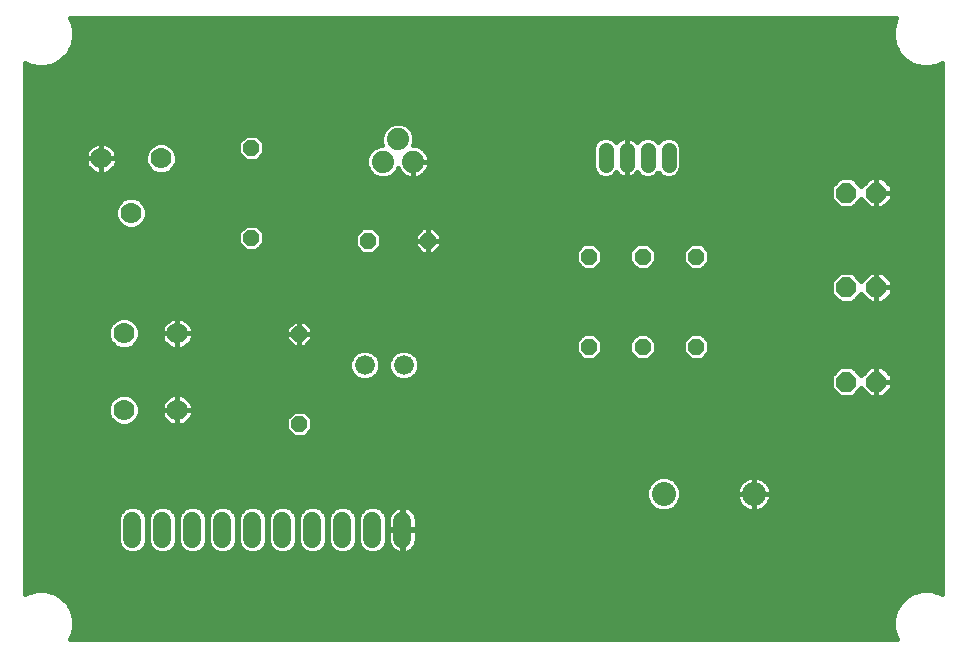
<source format=gtl>
G75*
G70*
%OFA0B0*%
%FSLAX24Y24*%
%IPPOS*%
%LPD*%
%AMOC8*
5,1,8,0,0,1.08239X$1,22.5*
%
%ADD10C,0.0600*%
%ADD11OC8,0.0520*%
%ADD12C,0.0660*%
%ADD13C,0.0700*%
%ADD14C,0.0800*%
%ADD15C,0.0740*%
%ADD16OC8,0.0660*%
%ADD17C,0.0500*%
%ADD18C,0.0160*%
%ADD19C,0.0396*%
D10*
X004305Y004084D02*
X004305Y004684D01*
X005305Y004684D02*
X005305Y004084D01*
X006305Y004084D02*
X006305Y004684D01*
X007305Y004684D02*
X007305Y004084D01*
X008305Y004084D02*
X008305Y004684D01*
X009305Y004684D02*
X009305Y004084D01*
X010305Y004084D02*
X010305Y004684D01*
X011305Y004684D02*
X011305Y004084D01*
X012305Y004084D02*
X012305Y004684D01*
X013305Y004684D02*
X013305Y004084D01*
D11*
X009866Y007914D03*
X009866Y010914D03*
X008262Y014109D03*
X012154Y014016D03*
X014154Y014016D03*
X019524Y013488D03*
X021311Y013488D03*
X023099Y013488D03*
X023099Y010488D03*
X021311Y010488D03*
X019524Y010488D03*
X008262Y017109D03*
D12*
X012051Y009870D03*
X013351Y009870D03*
D13*
X005796Y010932D03*
X004024Y010932D03*
X004024Y008373D03*
X005796Y008373D03*
X004260Y014940D03*
X003260Y016760D03*
X005260Y016760D03*
D14*
X022016Y005579D03*
X025016Y005579D03*
D15*
X013654Y016654D03*
X013154Y017404D03*
X012654Y016654D03*
D16*
X028106Y015614D03*
X029106Y015614D03*
X029106Y012465D03*
X028106Y012465D03*
X028106Y009315D03*
X029106Y009315D03*
D17*
X022176Y016545D02*
X022176Y017045D01*
X021476Y017045D02*
X021476Y016545D01*
X020776Y016545D02*
X020776Y017045D01*
X020076Y017045D02*
X020076Y016545D01*
D18*
X002294Y000832D02*
X002241Y000740D01*
X029786Y000740D01*
X029734Y000832D01*
X029658Y001114D01*
X029658Y001406D01*
X029734Y001688D01*
X029880Y001942D01*
X030086Y002148D01*
X030339Y002294D01*
X030622Y002370D01*
X030914Y002370D01*
X031196Y002294D01*
X031276Y002248D01*
X031276Y019932D01*
X031184Y019879D01*
X030902Y019804D01*
X030610Y019804D01*
X030328Y019879D01*
X030075Y020025D01*
X029868Y020232D01*
X029722Y020485D01*
X029646Y020767D01*
X029646Y021060D01*
X029722Y021342D01*
X029775Y021434D01*
X002241Y021434D01*
X002294Y021342D01*
X002370Y021060D01*
X002370Y020767D01*
X002294Y020485D01*
X002148Y020232D01*
X001942Y020025D01*
X001688Y019879D01*
X001406Y019804D01*
X001114Y019804D01*
X000832Y019879D01*
X000740Y019932D01*
X000740Y002241D01*
X000832Y002294D01*
X001114Y002370D01*
X001406Y002370D01*
X001688Y002294D01*
X001942Y002148D01*
X002148Y001942D01*
X002294Y001688D01*
X002370Y001406D01*
X002370Y001114D01*
X002294Y000832D01*
X002311Y000894D02*
X029717Y000894D01*
X029674Y001053D02*
X002353Y001053D01*
X002370Y001211D02*
X029658Y001211D01*
X029658Y001370D02*
X002370Y001370D01*
X002337Y001528D02*
X029691Y001528D01*
X029733Y001687D02*
X002295Y001687D01*
X002204Y001845D02*
X029824Y001845D01*
X029942Y002004D02*
X002086Y002004D01*
X001918Y002162D02*
X030110Y002162D01*
X030437Y002321D02*
X001591Y002321D01*
X000929Y002321D02*
X000740Y002321D01*
X000740Y002479D02*
X031276Y002479D01*
X031276Y002321D02*
X031098Y002321D01*
X031276Y002638D02*
X000740Y002638D01*
X000740Y002796D02*
X031276Y002796D01*
X031276Y002955D02*
X000740Y002955D01*
X000740Y003113D02*
X031276Y003113D01*
X031276Y003272D02*
X000740Y003272D01*
X000740Y003430D02*
X031276Y003430D01*
X031276Y003589D02*
X000740Y003589D01*
X000740Y003747D02*
X003963Y003747D01*
X003898Y003812D02*
X004033Y003677D01*
X004209Y003604D01*
X004400Y003604D01*
X004577Y003677D01*
X004712Y003812D01*
X004785Y003988D01*
X004785Y004779D01*
X004712Y004956D01*
X004577Y005091D01*
X004400Y005164D01*
X004209Y005164D01*
X004033Y005091D01*
X003898Y004956D01*
X003825Y004779D01*
X003825Y003988D01*
X003898Y003812D01*
X003859Y003906D02*
X000740Y003906D01*
X000740Y004064D02*
X003825Y004064D01*
X003825Y004223D02*
X000740Y004223D01*
X000740Y004381D02*
X003825Y004381D01*
X003825Y004540D02*
X000740Y004540D01*
X000740Y004698D02*
X003825Y004698D01*
X003857Y004857D02*
X000740Y004857D01*
X000740Y005015D02*
X003957Y005015D01*
X004652Y005015D02*
X004957Y005015D01*
X004898Y004956D02*
X004825Y004779D01*
X004825Y003988D01*
X004898Y003812D01*
X005033Y003677D01*
X005209Y003604D01*
X005400Y003604D01*
X005577Y003677D01*
X005712Y003812D01*
X005785Y003988D01*
X005785Y004779D01*
X005712Y004956D01*
X005577Y005091D01*
X005400Y005164D01*
X005209Y005164D01*
X005033Y005091D01*
X004898Y004956D01*
X004857Y004857D02*
X004753Y004857D01*
X004785Y004698D02*
X004825Y004698D01*
X004825Y004540D02*
X004785Y004540D01*
X004785Y004381D02*
X004825Y004381D01*
X004825Y004223D02*
X004785Y004223D01*
X004785Y004064D02*
X004825Y004064D01*
X004859Y003906D02*
X004751Y003906D01*
X004647Y003747D02*
X004963Y003747D01*
X005647Y003747D02*
X005963Y003747D01*
X005898Y003812D02*
X006033Y003677D01*
X006209Y003604D01*
X006400Y003604D01*
X006577Y003677D01*
X006712Y003812D01*
X006785Y003988D01*
X006785Y004779D01*
X006712Y004956D01*
X006577Y005091D01*
X006400Y005164D01*
X006209Y005164D01*
X006033Y005091D01*
X005898Y004956D01*
X005825Y004779D01*
X005825Y003988D01*
X005898Y003812D01*
X005859Y003906D02*
X005751Y003906D01*
X005785Y004064D02*
X005825Y004064D01*
X005825Y004223D02*
X005785Y004223D01*
X005785Y004381D02*
X005825Y004381D01*
X005825Y004540D02*
X005785Y004540D01*
X005785Y004698D02*
X005825Y004698D01*
X005857Y004857D02*
X005753Y004857D01*
X005652Y005015D02*
X005957Y005015D01*
X006652Y005015D02*
X006957Y005015D01*
X006898Y004956D02*
X006825Y004779D01*
X006825Y003988D01*
X006898Y003812D01*
X007033Y003677D01*
X007209Y003604D01*
X007400Y003604D01*
X007577Y003677D01*
X007712Y003812D01*
X007785Y003988D01*
X007785Y004779D01*
X007712Y004956D01*
X007577Y005091D01*
X007400Y005164D01*
X007209Y005164D01*
X007033Y005091D01*
X006898Y004956D01*
X006857Y004857D02*
X006753Y004857D01*
X006785Y004698D02*
X006825Y004698D01*
X006825Y004540D02*
X006785Y004540D01*
X006785Y004381D02*
X006825Y004381D01*
X006825Y004223D02*
X006785Y004223D01*
X006785Y004064D02*
X006825Y004064D01*
X006859Y003906D02*
X006751Y003906D01*
X006647Y003747D02*
X006963Y003747D01*
X007647Y003747D02*
X007963Y003747D01*
X007898Y003812D02*
X008033Y003677D01*
X008209Y003604D01*
X008400Y003604D01*
X008577Y003677D01*
X008712Y003812D01*
X008785Y003988D01*
X008785Y004779D01*
X008712Y004956D01*
X008577Y005091D01*
X008400Y005164D01*
X008209Y005164D01*
X008033Y005091D01*
X007898Y004956D01*
X007825Y004779D01*
X007825Y003988D01*
X007898Y003812D01*
X007859Y003906D02*
X007751Y003906D01*
X007785Y004064D02*
X007825Y004064D01*
X007825Y004223D02*
X007785Y004223D01*
X007785Y004381D02*
X007825Y004381D01*
X007825Y004540D02*
X007785Y004540D01*
X007785Y004698D02*
X007825Y004698D01*
X007857Y004857D02*
X007753Y004857D01*
X007652Y005015D02*
X007957Y005015D01*
X008652Y005015D02*
X008957Y005015D01*
X008898Y004956D02*
X008825Y004779D01*
X008825Y003988D01*
X008898Y003812D01*
X009033Y003677D01*
X009209Y003604D01*
X009400Y003604D01*
X009577Y003677D01*
X009712Y003812D01*
X009785Y003988D01*
X009785Y004779D01*
X009712Y004956D01*
X009577Y005091D01*
X009400Y005164D01*
X009209Y005164D01*
X009033Y005091D01*
X008898Y004956D01*
X008857Y004857D02*
X008753Y004857D01*
X008785Y004698D02*
X008825Y004698D01*
X008825Y004540D02*
X008785Y004540D01*
X008785Y004381D02*
X008825Y004381D01*
X008825Y004223D02*
X008785Y004223D01*
X008785Y004064D02*
X008825Y004064D01*
X008859Y003906D02*
X008751Y003906D01*
X008647Y003747D02*
X008963Y003747D01*
X009647Y003747D02*
X009963Y003747D01*
X009898Y003812D02*
X010033Y003677D01*
X010209Y003604D01*
X010400Y003604D01*
X010577Y003677D01*
X010712Y003812D01*
X010785Y003988D01*
X010785Y004779D01*
X010712Y004956D01*
X010577Y005091D01*
X010400Y005164D01*
X010209Y005164D01*
X010033Y005091D01*
X009898Y004956D01*
X009825Y004779D01*
X009825Y003988D01*
X009898Y003812D01*
X009859Y003906D02*
X009751Y003906D01*
X009785Y004064D02*
X009825Y004064D01*
X009825Y004223D02*
X009785Y004223D01*
X009785Y004381D02*
X009825Y004381D01*
X009825Y004540D02*
X009785Y004540D01*
X009785Y004698D02*
X009825Y004698D01*
X009857Y004857D02*
X009753Y004857D01*
X009652Y005015D02*
X009957Y005015D01*
X010652Y005015D02*
X010957Y005015D01*
X010898Y004956D02*
X010825Y004779D01*
X010825Y003988D01*
X010898Y003812D01*
X011033Y003677D01*
X011209Y003604D01*
X011400Y003604D01*
X011577Y003677D01*
X011712Y003812D01*
X011785Y003988D01*
X011785Y004779D01*
X011712Y004956D01*
X011577Y005091D01*
X011400Y005164D01*
X011209Y005164D01*
X011033Y005091D01*
X010898Y004956D01*
X010857Y004857D02*
X010753Y004857D01*
X010785Y004698D02*
X010825Y004698D01*
X010825Y004540D02*
X010785Y004540D01*
X010785Y004381D02*
X010825Y004381D01*
X010825Y004223D02*
X010785Y004223D01*
X010785Y004064D02*
X010825Y004064D01*
X010859Y003906D02*
X010751Y003906D01*
X010647Y003747D02*
X010963Y003747D01*
X011647Y003747D02*
X011963Y003747D01*
X011898Y003812D02*
X012033Y003677D01*
X012209Y003604D01*
X012400Y003604D01*
X012577Y003677D01*
X012712Y003812D01*
X012785Y003988D01*
X012785Y004779D01*
X012712Y004956D01*
X012577Y005091D01*
X012400Y005164D01*
X012209Y005164D01*
X012033Y005091D01*
X011898Y004956D01*
X011825Y004779D01*
X011825Y003988D01*
X011898Y003812D01*
X011859Y003906D02*
X011751Y003906D01*
X011785Y004064D02*
X011825Y004064D01*
X011825Y004223D02*
X011785Y004223D01*
X011785Y004381D02*
X011825Y004381D01*
X011825Y004540D02*
X011785Y004540D01*
X011785Y004698D02*
X011825Y004698D01*
X011857Y004857D02*
X011753Y004857D01*
X011652Y005015D02*
X011957Y005015D01*
X012652Y005015D02*
X012957Y005015D01*
X012939Y004996D02*
X012894Y004935D01*
X012860Y004868D01*
X012837Y004796D01*
X012825Y004721D01*
X012825Y004404D01*
X013285Y004404D01*
X013285Y005164D01*
X013267Y005164D01*
X013192Y005152D01*
X013121Y005129D01*
X013053Y005094D01*
X012992Y005050D01*
X012939Y004996D01*
X012856Y004857D02*
X012753Y004857D01*
X012785Y004698D02*
X012825Y004698D01*
X012825Y004540D02*
X012785Y004540D01*
X012785Y004381D02*
X013285Y004381D01*
X013285Y004364D02*
X012825Y004364D01*
X012825Y004046D01*
X012837Y003971D01*
X012860Y003899D01*
X012894Y003832D01*
X012939Y003771D01*
X012992Y003718D01*
X013053Y003673D01*
X013121Y003639D01*
X013192Y003616D01*
X013267Y003604D01*
X013285Y003604D01*
X013285Y004364D01*
X013285Y004404D01*
X013325Y004404D01*
X013325Y005164D01*
X013343Y005164D01*
X013417Y005152D01*
X013489Y005129D01*
X013556Y005094D01*
X013618Y005050D01*
X013671Y004996D01*
X013715Y004935D01*
X013750Y004868D01*
X013773Y004796D01*
X013785Y004721D01*
X013785Y004404D01*
X013325Y004404D01*
X013325Y004364D01*
X013785Y004364D01*
X013785Y004046D01*
X013773Y003971D01*
X013750Y003899D01*
X013715Y003832D01*
X013671Y003771D01*
X013618Y003718D01*
X013556Y003673D01*
X013489Y003639D01*
X013417Y003616D01*
X013343Y003604D01*
X013325Y003604D01*
X013325Y004364D01*
X013285Y004364D01*
X013325Y004381D02*
X031276Y004381D01*
X031276Y004223D02*
X013785Y004223D01*
X013785Y004064D02*
X031276Y004064D01*
X031276Y003906D02*
X013752Y003906D01*
X013647Y003747D02*
X031276Y003747D01*
X031276Y004540D02*
X013785Y004540D01*
X013785Y004698D02*
X031276Y004698D01*
X031276Y004857D02*
X013753Y004857D01*
X013652Y005015D02*
X021862Y005015D01*
X021901Y004999D02*
X022131Y004999D01*
X022344Y005087D01*
X022508Y005250D01*
X022596Y005464D01*
X022596Y005694D01*
X022508Y005907D01*
X022344Y006071D01*
X022131Y006159D01*
X021901Y006159D01*
X021687Y006071D01*
X021524Y005907D01*
X021436Y005694D01*
X021436Y005464D01*
X021524Y005250D01*
X021687Y005087D01*
X021901Y004999D01*
X022170Y005015D02*
X024874Y005015D01*
X024880Y005013D02*
X024970Y004999D01*
X025016Y004999D01*
X025062Y004999D01*
X025152Y005013D01*
X025239Y005041D01*
X025320Y005083D01*
X025394Y005136D01*
X025458Y005201D01*
X025512Y005275D01*
X025553Y005356D01*
X025582Y005443D01*
X025596Y005533D01*
X025596Y005579D01*
X025596Y005625D01*
X025582Y005715D01*
X025553Y005802D01*
X025512Y005883D01*
X025458Y005957D01*
X025394Y006021D01*
X025320Y006075D01*
X025239Y006116D01*
X025152Y006145D01*
X025062Y006159D01*
X025016Y006159D01*
X025016Y005579D01*
X025596Y005579D01*
X025016Y005579D01*
X025016Y005579D01*
X025016Y005579D01*
X025016Y006159D01*
X024970Y006159D01*
X024880Y006145D01*
X024793Y006116D01*
X024712Y006075D01*
X024638Y006021D01*
X024574Y005957D01*
X024520Y005883D01*
X024478Y005802D01*
X024450Y005715D01*
X024436Y005625D01*
X024436Y005579D01*
X025016Y005579D01*
X025016Y005579D01*
X025016Y004999D01*
X025016Y005579D01*
X025016Y005579D01*
X024436Y005579D01*
X024436Y005533D01*
X024450Y005443D01*
X024478Y005356D01*
X024520Y005275D01*
X024574Y005201D01*
X024638Y005136D01*
X024712Y005083D01*
X024793Y005041D01*
X024880Y005013D01*
X025016Y005015D02*
X025016Y005015D01*
X025157Y005015D02*
X031276Y005015D01*
X031276Y005174D02*
X025431Y005174D01*
X025541Y005332D02*
X031276Y005332D01*
X031276Y005491D02*
X025589Y005491D01*
X025592Y005649D02*
X031276Y005649D01*
X031276Y005808D02*
X025550Y005808D01*
X025449Y005966D02*
X031276Y005966D01*
X031276Y006125D02*
X025214Y006125D01*
X025016Y006125D02*
X025016Y006125D01*
X025016Y005966D02*
X025016Y005966D01*
X025016Y005808D02*
X025016Y005808D01*
X025016Y005649D02*
X025016Y005649D01*
X025016Y005491D02*
X025016Y005491D01*
X025016Y005332D02*
X025016Y005332D01*
X025016Y005174D02*
X025016Y005174D01*
X024601Y005174D02*
X022431Y005174D01*
X022541Y005332D02*
X024491Y005332D01*
X024443Y005491D02*
X022596Y005491D01*
X022596Y005649D02*
X024440Y005649D01*
X024481Y005808D02*
X022549Y005808D01*
X022449Y005966D02*
X024583Y005966D01*
X024818Y006125D02*
X022214Y006125D01*
X021818Y006125D02*
X000740Y006125D01*
X000740Y006283D02*
X031276Y006283D01*
X031276Y006442D02*
X000740Y006442D01*
X000740Y006600D02*
X031276Y006600D01*
X031276Y006759D02*
X000740Y006759D01*
X000740Y006917D02*
X031276Y006917D01*
X031276Y007076D02*
X000740Y007076D01*
X000740Y007234D02*
X031276Y007234D01*
X031276Y007393D02*
X000740Y007393D01*
X000740Y007551D02*
X009607Y007551D01*
X009684Y007474D02*
X010049Y007474D01*
X010306Y007731D01*
X010306Y008096D01*
X010049Y008354D01*
X009684Y008354D01*
X009426Y008096D01*
X009426Y007731D01*
X009684Y007474D01*
X009448Y007710D02*
X000740Y007710D01*
X000740Y007868D02*
X003857Y007868D01*
X003919Y007843D02*
X004130Y007843D01*
X004324Y007923D01*
X004473Y008072D01*
X004554Y008267D01*
X004554Y008478D01*
X004473Y008673D01*
X004324Y008822D01*
X004130Y008903D01*
X003919Y008903D01*
X003724Y008822D01*
X003575Y008673D01*
X003494Y008478D01*
X003494Y008267D01*
X003575Y008072D01*
X003724Y007923D01*
X003919Y007843D01*
X004191Y007868D02*
X005634Y007868D01*
X005672Y007856D02*
X005754Y007843D01*
X005787Y007843D01*
X005787Y008364D01*
X005266Y008364D01*
X005266Y008331D01*
X005279Y008248D01*
X005305Y008169D01*
X005342Y008095D01*
X005391Y008027D01*
X005450Y007968D01*
X005518Y007919D01*
X005592Y007881D01*
X005672Y007856D01*
X005787Y007868D02*
X005804Y007868D01*
X005804Y007843D02*
X005837Y007843D01*
X005920Y007856D01*
X005999Y007881D01*
X006074Y007919D01*
X006141Y007968D01*
X006200Y008027D01*
X006249Y008095D01*
X006287Y008169D01*
X006313Y008248D01*
X006326Y008331D01*
X006326Y008364D01*
X005804Y008364D01*
X005804Y007843D01*
X005958Y007868D02*
X009426Y007868D01*
X009426Y008027D02*
X006199Y008027D01*
X006292Y008185D02*
X009516Y008185D01*
X009674Y008344D02*
X006326Y008344D01*
X006326Y008381D02*
X006326Y008414D01*
X006313Y008497D01*
X006287Y008576D01*
X006249Y008650D01*
X006200Y008718D01*
X006141Y008777D01*
X006074Y008826D01*
X005999Y008864D01*
X005920Y008890D01*
X005837Y008903D01*
X005804Y008903D01*
X005804Y008381D01*
X005787Y008381D01*
X005787Y008364D01*
X005804Y008364D01*
X005804Y008381D01*
X006326Y008381D01*
X006311Y008502D02*
X031276Y008502D01*
X031276Y008344D02*
X010059Y008344D01*
X010217Y008185D02*
X031276Y008185D01*
X031276Y008027D02*
X010306Y008027D01*
X010306Y007868D02*
X031276Y007868D01*
X031276Y007710D02*
X010285Y007710D01*
X010126Y007551D02*
X031276Y007551D01*
X031276Y008661D02*
X006242Y008661D01*
X006083Y008819D02*
X027881Y008819D01*
X027895Y008805D02*
X028318Y008805D01*
X028606Y009094D01*
X028895Y008805D01*
X029106Y008805D01*
X029106Y009315D01*
X029106Y009315D01*
X029106Y009825D01*
X028895Y009825D01*
X028606Y009536D01*
X028318Y009825D01*
X027895Y009825D01*
X027596Y009526D01*
X027596Y009104D01*
X027895Y008805D01*
X027723Y008978D02*
X000740Y008978D01*
X000740Y009136D02*
X027596Y009136D01*
X027596Y009295D02*
X000740Y009295D01*
X000740Y009453D02*
X011747Y009453D01*
X011762Y009438D02*
X011949Y009360D01*
X012152Y009360D01*
X012339Y009438D01*
X012483Y009581D01*
X012561Y009769D01*
X012561Y009972D01*
X012483Y010159D01*
X012339Y010303D01*
X012152Y010380D01*
X011949Y010380D01*
X011762Y010303D01*
X011618Y010159D01*
X011541Y009972D01*
X011541Y009769D01*
X011618Y009581D01*
X011762Y009438D01*
X011606Y009612D02*
X000740Y009612D01*
X000740Y009770D02*
X011541Y009770D01*
X011541Y009929D02*
X000740Y009929D01*
X000740Y010087D02*
X011588Y010087D01*
X011705Y010246D02*
X000740Y010246D01*
X000740Y010404D02*
X003913Y010404D01*
X003919Y010402D02*
X004130Y010402D01*
X004324Y010482D01*
X004473Y010631D01*
X004554Y010826D01*
X004554Y011037D01*
X004473Y011232D01*
X004324Y011381D01*
X004130Y011462D01*
X003919Y011462D01*
X003724Y011381D01*
X003575Y011232D01*
X003494Y011037D01*
X003494Y010826D01*
X003575Y010631D01*
X003724Y010482D01*
X003919Y010402D01*
X004135Y010404D02*
X005739Y010404D01*
X005754Y010402D02*
X005672Y010415D01*
X005592Y010440D01*
X005518Y010478D01*
X005450Y010527D01*
X005391Y010586D01*
X005342Y010654D01*
X005305Y010728D01*
X005279Y010808D01*
X005266Y010890D01*
X005266Y010923D01*
X005787Y010923D01*
X005787Y010940D01*
X005266Y010940D01*
X005266Y010973D01*
X005279Y011056D01*
X005305Y011135D01*
X005342Y011209D01*
X005391Y011277D01*
X005450Y011336D01*
X005518Y011385D01*
X005592Y011423D01*
X005672Y011449D01*
X005754Y011462D01*
X005787Y011462D01*
X005787Y010940D01*
X005804Y010940D01*
X005804Y011462D01*
X005837Y011462D01*
X005920Y011449D01*
X005999Y011423D01*
X006074Y011385D01*
X006141Y011336D01*
X006200Y011277D01*
X006249Y011209D01*
X006287Y011135D01*
X006313Y011056D01*
X006326Y010973D01*
X006326Y010940D01*
X005804Y010940D01*
X005804Y010923D01*
X005804Y010402D01*
X005837Y010402D01*
X005920Y010415D01*
X005999Y010440D01*
X006074Y010478D01*
X006141Y010527D01*
X006200Y010586D01*
X006249Y010654D01*
X006287Y010728D01*
X006313Y010808D01*
X006326Y010890D01*
X006326Y010923D01*
X005804Y010923D01*
X005787Y010923D01*
X005787Y010402D01*
X005754Y010402D01*
X005787Y010404D02*
X005804Y010404D01*
X005852Y010404D02*
X019084Y010404D01*
X019084Y010306D02*
X019342Y010048D01*
X019706Y010048D01*
X019964Y010306D01*
X019964Y010671D01*
X019706Y010928D01*
X019342Y010928D01*
X019084Y010671D01*
X019084Y010306D01*
X019144Y010246D02*
X013697Y010246D01*
X013639Y010303D02*
X013452Y010380D01*
X013249Y010380D01*
X013062Y010303D01*
X012918Y010159D01*
X012841Y009972D01*
X012841Y009769D01*
X012918Y009581D01*
X013062Y009438D01*
X013249Y009360D01*
X013452Y009360D01*
X013639Y009438D01*
X013783Y009581D01*
X013861Y009769D01*
X013861Y009972D01*
X013783Y010159D01*
X013639Y010303D01*
X013813Y010087D02*
X019303Y010087D01*
X019745Y010087D02*
X021090Y010087D01*
X021129Y010048D02*
X021493Y010048D01*
X021751Y010306D01*
X021751Y010671D01*
X021493Y010928D01*
X021129Y010928D01*
X020871Y010671D01*
X020871Y010306D01*
X021129Y010048D01*
X020932Y010246D02*
X019903Y010246D01*
X019964Y010404D02*
X020871Y010404D01*
X020871Y010563D02*
X019964Y010563D01*
X019913Y010721D02*
X020922Y010721D01*
X021080Y010880D02*
X019755Y010880D01*
X019293Y010880D02*
X010306Y010880D01*
X010306Y010914D02*
X009866Y010914D01*
X009866Y011354D01*
X009684Y011354D01*
X009426Y011096D01*
X009426Y010914D01*
X009866Y010914D01*
X009866Y010914D01*
X009866Y010914D01*
X009866Y011354D01*
X010049Y011354D01*
X010306Y011096D01*
X010306Y010914D01*
X009866Y010914D01*
X009426Y010914D01*
X009426Y010731D01*
X009684Y010474D01*
X009866Y010474D01*
X009866Y010914D01*
X009866Y010914D01*
X009866Y010914D01*
X009866Y010474D01*
X010049Y010474D01*
X010306Y010731D01*
X010306Y010914D01*
X010306Y011038D02*
X031276Y011038D01*
X031276Y010880D02*
X023330Y010880D01*
X023281Y010928D02*
X022916Y010928D01*
X022659Y010671D01*
X022659Y010306D01*
X022916Y010048D01*
X023281Y010048D01*
X023539Y010306D01*
X023539Y010671D01*
X023281Y010928D01*
X023488Y010721D02*
X031276Y010721D01*
X031276Y010563D02*
X023539Y010563D01*
X023539Y010404D02*
X031276Y010404D01*
X031276Y010246D02*
X023478Y010246D01*
X023320Y010087D02*
X031276Y010087D01*
X031276Y009929D02*
X013861Y009929D01*
X013861Y009770D02*
X027840Y009770D01*
X027682Y009612D02*
X013795Y009612D01*
X013655Y009453D02*
X027596Y009453D01*
X028373Y009770D02*
X028840Y009770D01*
X028682Y009612D02*
X028531Y009612D01*
X029106Y009612D02*
X029106Y009612D01*
X029106Y009770D02*
X029106Y009770D01*
X029106Y009825D02*
X029318Y009825D01*
X029616Y009526D01*
X029616Y009315D01*
X029106Y009315D01*
X029106Y009315D01*
X029106Y008805D01*
X029318Y008805D01*
X029616Y009104D01*
X029616Y009315D01*
X029106Y009315D01*
X029106Y009825D01*
X029373Y009770D02*
X031276Y009770D01*
X031276Y009612D02*
X029531Y009612D01*
X029616Y009453D02*
X031276Y009453D01*
X031276Y009295D02*
X029616Y009295D01*
X029616Y009136D02*
X031276Y009136D01*
X031276Y008978D02*
X029490Y008978D01*
X029332Y008819D02*
X031276Y008819D01*
X029106Y008819D02*
X029106Y008819D01*
X029106Y008978D02*
X029106Y008978D01*
X029106Y009136D02*
X029106Y009136D01*
X029106Y009295D02*
X029106Y009295D01*
X029106Y009315D02*
X029106Y009315D01*
X029106Y009453D02*
X029106Y009453D01*
X028723Y008978D02*
X028490Y008978D01*
X028332Y008819D02*
X028881Y008819D01*
X031276Y011197D02*
X010206Y011197D01*
X009866Y011197D02*
X009866Y011197D01*
X009866Y011038D02*
X009866Y011038D01*
X009866Y010880D02*
X009866Y010880D01*
X009866Y010721D02*
X009866Y010721D01*
X009866Y010563D02*
X009866Y010563D01*
X009595Y010563D02*
X006176Y010563D01*
X006283Y010721D02*
X009437Y010721D01*
X009426Y010880D02*
X006324Y010880D01*
X006316Y011038D02*
X009426Y011038D01*
X009527Y011197D02*
X006256Y011197D01*
X006115Y011355D02*
X031276Y011355D01*
X031276Y011514D02*
X000740Y011514D01*
X000740Y011672D02*
X031276Y011672D01*
X031276Y011831D02*
X000740Y011831D01*
X000740Y011989D02*
X027861Y011989D01*
X027895Y011955D02*
X027596Y012253D01*
X027596Y012676D01*
X027895Y012975D01*
X028318Y012975D01*
X028606Y012686D01*
X028895Y012975D01*
X029106Y012975D01*
X029106Y012465D01*
X029106Y012465D01*
X029106Y012975D01*
X029318Y012975D01*
X029616Y012676D01*
X029616Y012465D01*
X029106Y012465D01*
X029106Y012465D01*
X029106Y011955D01*
X028895Y011955D01*
X028606Y012243D01*
X028318Y011955D01*
X027895Y011955D01*
X027702Y012148D02*
X000740Y012148D01*
X000740Y012306D02*
X027596Y012306D01*
X027596Y012465D02*
X000740Y012465D01*
X000740Y012623D02*
X027596Y012623D01*
X027702Y012782D02*
X000740Y012782D01*
X000740Y012940D02*
X027861Y012940D01*
X028352Y012940D02*
X028861Y012940D01*
X028702Y012782D02*
X028511Y012782D01*
X029106Y012782D02*
X029106Y012782D01*
X029106Y012940D02*
X029106Y012940D01*
X029352Y012940D02*
X031276Y012940D01*
X031276Y012782D02*
X029511Y012782D01*
X029616Y012623D02*
X031276Y012623D01*
X031276Y012465D02*
X029616Y012465D01*
X029106Y012465D01*
X029106Y012465D01*
X029106Y011955D01*
X029318Y011955D01*
X029616Y012253D01*
X029616Y012465D01*
X029616Y012306D02*
X031276Y012306D01*
X031276Y012148D02*
X029510Y012148D01*
X029352Y011989D02*
X031276Y011989D01*
X031276Y013099D02*
X023331Y013099D01*
X023281Y013048D02*
X022916Y013048D01*
X022659Y013306D01*
X022659Y013671D01*
X022916Y013928D01*
X023281Y013928D01*
X023539Y013671D01*
X023539Y013306D01*
X023281Y013048D01*
X023490Y013257D02*
X031276Y013257D01*
X031276Y013416D02*
X023539Y013416D01*
X023539Y013574D02*
X031276Y013574D01*
X031276Y013733D02*
X023477Y013733D01*
X023318Y013891D02*
X031276Y013891D01*
X031276Y014050D02*
X014594Y014050D01*
X014594Y014016D02*
X014594Y014198D01*
X014336Y014456D01*
X014154Y014456D01*
X014154Y014016D01*
X014594Y014016D01*
X014154Y014016D01*
X014154Y014016D01*
X014154Y014016D01*
X014154Y013576D01*
X014336Y013576D01*
X014594Y013834D01*
X014594Y014016D01*
X014594Y013891D02*
X019304Y013891D01*
X019342Y013928D02*
X019084Y013671D01*
X019084Y013306D01*
X019342Y013048D01*
X019706Y013048D01*
X019964Y013306D01*
X019964Y013671D01*
X019706Y013928D01*
X019342Y013928D01*
X019146Y013733D02*
X014493Y013733D01*
X014154Y013733D02*
X014154Y013733D01*
X014154Y013576D02*
X014154Y014016D01*
X014154Y014016D01*
X014154Y014456D01*
X013971Y014456D01*
X013714Y014198D01*
X013714Y014016D01*
X014154Y014016D01*
X014154Y014016D01*
X013714Y014016D01*
X013714Y013834D01*
X013971Y013576D01*
X014154Y013576D01*
X014154Y013891D02*
X014154Y013891D01*
X014154Y014050D02*
X014154Y014050D01*
X014154Y014208D02*
X014154Y014208D01*
X014154Y014367D02*
X014154Y014367D01*
X014425Y014367D02*
X031276Y014367D01*
X031276Y014525D02*
X008468Y014525D01*
X008444Y014549D02*
X008080Y014549D01*
X007822Y014291D01*
X007822Y013927D01*
X008080Y013669D01*
X008444Y013669D01*
X008702Y013927D01*
X008702Y014291D01*
X008444Y014549D01*
X008627Y014367D02*
X011882Y014367D01*
X011971Y014456D02*
X011714Y014198D01*
X011714Y013834D01*
X011971Y013576D01*
X012336Y013576D01*
X012594Y013834D01*
X012594Y014198D01*
X012336Y014456D01*
X011971Y014456D01*
X011724Y014208D02*
X008702Y014208D01*
X008702Y014050D02*
X011714Y014050D01*
X011714Y013891D02*
X008666Y013891D01*
X008507Y013733D02*
X011815Y013733D01*
X012493Y013733D02*
X013815Y013733D01*
X013714Y013891D02*
X012594Y013891D01*
X012594Y014050D02*
X013714Y014050D01*
X013724Y014208D02*
X012584Y014208D01*
X012425Y014367D02*
X013882Y014367D01*
X014584Y014208D02*
X031276Y014208D01*
X031276Y014684D02*
X004727Y014684D01*
X004709Y014640D02*
X004790Y014835D01*
X004790Y015045D01*
X004709Y015240D01*
X004560Y015389D01*
X004365Y015470D01*
X004155Y015470D01*
X003960Y015389D01*
X003811Y015240D01*
X003730Y015045D01*
X003730Y014835D01*
X003811Y014640D01*
X003960Y014491D01*
X004155Y014410D01*
X004365Y014410D01*
X004560Y014491D01*
X004709Y014640D01*
X004595Y014525D02*
X008055Y014525D01*
X007897Y014367D02*
X000740Y014367D01*
X000740Y014525D02*
X003925Y014525D01*
X003793Y014684D02*
X000740Y014684D01*
X000740Y014842D02*
X003730Y014842D01*
X003730Y015001D02*
X000740Y015001D01*
X000740Y015159D02*
X003777Y015159D01*
X003888Y015318D02*
X000740Y015318D01*
X000740Y015476D02*
X027596Y015476D01*
X027596Y015403D02*
X027895Y015104D01*
X028318Y015104D01*
X028606Y015393D01*
X028895Y015104D01*
X029106Y015104D01*
X029106Y015614D01*
X029106Y015614D01*
X029106Y015104D01*
X029318Y015104D01*
X029616Y015403D01*
X029616Y015614D01*
X029106Y015614D01*
X029106Y016124D01*
X028895Y016124D01*
X028606Y015836D01*
X028318Y016124D01*
X027895Y016124D01*
X027596Y015826D01*
X027596Y015403D01*
X027682Y015318D02*
X004632Y015318D01*
X004743Y015159D02*
X027841Y015159D01*
X028372Y015159D02*
X028841Y015159D01*
X028682Y015318D02*
X028531Y015318D01*
X029106Y015318D02*
X029106Y015318D01*
X029106Y015476D02*
X029106Y015476D01*
X029106Y015614D02*
X029106Y015614D01*
X029106Y015614D01*
X029106Y016124D01*
X029318Y016124D01*
X029616Y015826D01*
X029616Y015614D01*
X029106Y015614D01*
X029106Y015635D02*
X029106Y015635D01*
X029106Y015793D02*
X029106Y015793D01*
X029106Y015952D02*
X029106Y015952D01*
X029106Y016110D02*
X029106Y016110D01*
X028881Y016110D02*
X028332Y016110D01*
X028491Y015952D02*
X028722Y015952D01*
X029332Y016110D02*
X031276Y016110D01*
X031276Y015952D02*
X029491Y015952D01*
X029616Y015793D02*
X031276Y015793D01*
X031276Y015635D02*
X029616Y015635D01*
X029616Y015476D02*
X031276Y015476D01*
X031276Y015318D02*
X029531Y015318D01*
X029372Y015159D02*
X031276Y015159D01*
X031276Y015001D02*
X004790Y015001D01*
X004790Y014842D02*
X031276Y014842D01*
X031276Y016269D02*
X022507Y016269D01*
X022541Y016302D02*
X022606Y016460D01*
X022606Y017131D01*
X022541Y017289D01*
X022420Y017410D01*
X022262Y017475D01*
X022091Y017475D01*
X021933Y017410D01*
X021826Y017304D01*
X021720Y017410D01*
X021562Y017475D01*
X021391Y017475D01*
X021233Y017410D01*
X021123Y017300D01*
X021104Y017326D01*
X021056Y017373D01*
X021002Y017413D01*
X020941Y017444D01*
X020877Y017465D01*
X020810Y017475D01*
X020776Y017475D01*
X020742Y017475D01*
X020675Y017465D01*
X020611Y017444D01*
X020551Y017413D01*
X020496Y017373D01*
X020448Y017326D01*
X020430Y017300D01*
X020320Y017410D01*
X020162Y017475D01*
X019991Y017475D01*
X019833Y017410D01*
X019712Y017289D01*
X019646Y017131D01*
X019646Y016460D01*
X019712Y016302D01*
X019833Y016181D01*
X019991Y016115D01*
X020162Y016115D01*
X020320Y016181D01*
X020430Y016291D01*
X020448Y016265D01*
X020496Y016217D01*
X020551Y016178D01*
X020611Y016147D01*
X020675Y016126D01*
X020742Y016115D01*
X020776Y016115D01*
X020776Y016795D01*
X020776Y016795D01*
X020776Y016115D01*
X020810Y016115D01*
X020877Y016126D01*
X020941Y016147D01*
X021002Y016178D01*
X021056Y016217D01*
X021104Y016265D01*
X021123Y016291D01*
X021233Y016181D01*
X021391Y016115D01*
X021562Y016115D01*
X021720Y016181D01*
X021826Y016287D01*
X021933Y016181D01*
X022091Y016115D01*
X022262Y016115D01*
X022420Y016181D01*
X022541Y016302D01*
X022593Y016427D02*
X031276Y016427D01*
X031276Y016586D02*
X022606Y016586D01*
X022606Y016744D02*
X031276Y016744D01*
X031276Y016903D02*
X022606Y016903D01*
X022606Y017061D02*
X031276Y017061D01*
X031276Y017220D02*
X022569Y017220D01*
X022452Y017378D02*
X031276Y017378D01*
X031276Y017537D02*
X013694Y017537D01*
X013704Y017513D02*
X013620Y017715D01*
X013465Y017870D01*
X013263Y017954D01*
X013044Y017954D01*
X012842Y017870D01*
X012687Y017715D01*
X012604Y017513D01*
X012604Y017294D01*
X012641Y017204D01*
X012544Y017204D01*
X012342Y017120D01*
X012187Y016965D01*
X012104Y016763D01*
X012104Y016544D01*
X012187Y016342D01*
X012342Y016187D01*
X012544Y016104D01*
X012763Y016104D01*
X012965Y016187D01*
X013120Y016342D01*
X013154Y016424D01*
X013183Y016365D01*
X013234Y016295D01*
X013295Y016234D01*
X013365Y016183D01*
X013443Y016144D01*
X013525Y016117D01*
X013610Y016104D01*
X013654Y016104D01*
X013697Y016104D01*
X013782Y016117D01*
X013865Y016144D01*
X013942Y016183D01*
X014012Y016234D01*
X014073Y016295D01*
X014124Y016365D01*
X014163Y016443D01*
X014190Y016525D01*
X014204Y016610D01*
X014204Y016654D01*
X014204Y016697D01*
X014190Y016782D01*
X014163Y016865D01*
X014124Y016942D01*
X014073Y017012D01*
X014012Y017073D01*
X013942Y017124D01*
X013865Y017163D01*
X013782Y017190D01*
X013697Y017204D01*
X013666Y017204D01*
X013704Y017294D01*
X013704Y017513D01*
X013704Y017378D02*
X019801Y017378D01*
X019683Y017220D02*
X013673Y017220D01*
X014024Y017061D02*
X019646Y017061D01*
X019646Y016903D02*
X014144Y016903D01*
X014196Y016744D02*
X019646Y016744D01*
X019646Y016586D02*
X014200Y016586D01*
X014204Y016654D02*
X013654Y016654D01*
X014204Y016654D01*
X014155Y016427D02*
X019660Y016427D01*
X019745Y016269D02*
X014046Y016269D01*
X013737Y016110D02*
X027881Y016110D01*
X027722Y015952D02*
X000740Y015952D01*
X000740Y016110D02*
X012529Y016110D01*
X012778Y016110D02*
X013570Y016110D01*
X013654Y016110D02*
X013654Y016110D01*
X013654Y016104D02*
X013654Y016654D01*
X013654Y016654D01*
X013654Y016654D01*
X013654Y016104D01*
X013654Y016269D02*
X013654Y016269D01*
X013654Y016427D02*
X013654Y016427D01*
X013654Y016586D02*
X013654Y016586D01*
X013261Y016269D02*
X013046Y016269D01*
X012261Y016269D02*
X005458Y016269D01*
X005365Y016230D02*
X005560Y016311D01*
X005709Y016460D01*
X005790Y016655D01*
X005790Y016865D01*
X005709Y017060D01*
X005560Y017209D01*
X005365Y017290D01*
X005155Y017290D01*
X004960Y017209D01*
X004811Y017060D01*
X004730Y016865D01*
X004730Y016655D01*
X004811Y016460D01*
X004960Y016311D01*
X005155Y016230D01*
X005365Y016230D01*
X005062Y016269D02*
X003463Y016269D01*
X003538Y016307D01*
X003605Y016356D01*
X003664Y016415D01*
X003713Y016482D01*
X003751Y016557D01*
X003777Y016636D01*
X003790Y016718D01*
X003790Y016760D01*
X003790Y016802D01*
X003777Y016884D01*
X003751Y016963D01*
X003713Y017038D01*
X003664Y017105D01*
X003605Y017164D01*
X003538Y017213D01*
X003463Y017251D01*
X003384Y017277D01*
X003302Y017290D01*
X003260Y017290D01*
X003260Y016760D01*
X003790Y016760D01*
X003260Y016760D01*
X003260Y016760D01*
X003260Y016760D01*
X003260Y016230D01*
X003302Y016230D01*
X003384Y016243D01*
X003463Y016269D01*
X003260Y016269D02*
X003260Y016269D01*
X003260Y016230D02*
X003260Y016760D01*
X003260Y016760D01*
X003260Y016760D01*
X002730Y016760D01*
X002730Y016802D01*
X002743Y016884D01*
X002769Y016963D01*
X002807Y017038D01*
X002856Y017105D01*
X002915Y017164D01*
X002982Y017213D01*
X003057Y017251D01*
X003136Y017277D01*
X003218Y017290D01*
X003260Y017290D01*
X003260Y016760D01*
X002730Y016760D01*
X002730Y016718D01*
X002743Y016636D01*
X002769Y016557D01*
X002807Y016482D01*
X002856Y016415D01*
X002915Y016356D01*
X002982Y016307D01*
X003057Y016269D01*
X003136Y016243D01*
X003218Y016230D01*
X003260Y016230D01*
X003260Y016427D02*
X003260Y016427D01*
X003260Y016586D02*
X003260Y016586D01*
X003260Y016744D02*
X003260Y016744D01*
X003260Y016903D02*
X003260Y016903D01*
X003260Y017061D02*
X003260Y017061D01*
X003260Y017220D02*
X003260Y017220D01*
X002994Y017220D02*
X000740Y017220D01*
X000740Y017378D02*
X007908Y017378D01*
X007822Y017291D02*
X007822Y016927D01*
X008080Y016669D01*
X008444Y016669D01*
X008702Y016927D01*
X008702Y017291D01*
X008444Y017549D01*
X008080Y017549D01*
X007822Y017291D01*
X007822Y017220D02*
X005536Y017220D01*
X005709Y017061D02*
X007822Y017061D01*
X007846Y016903D02*
X005775Y016903D01*
X005790Y016744D02*
X008005Y016744D01*
X008519Y016744D02*
X012104Y016744D01*
X012104Y016586D02*
X005761Y016586D01*
X005677Y016427D02*
X012152Y016427D01*
X012161Y016903D02*
X008677Y016903D01*
X008702Y017061D02*
X012283Y017061D01*
X012635Y017220D02*
X008702Y017220D01*
X008615Y017378D02*
X012604Y017378D01*
X012613Y017537D02*
X008457Y017537D01*
X008067Y017537D02*
X000740Y017537D01*
X000740Y017695D02*
X012679Y017695D01*
X012826Y017854D02*
X000740Y017854D01*
X000740Y018012D02*
X031276Y018012D01*
X031276Y017854D02*
X013482Y017854D01*
X013628Y017695D02*
X031276Y017695D01*
X031276Y018171D02*
X000740Y018171D01*
X000740Y018329D02*
X031276Y018329D01*
X031276Y018488D02*
X000740Y018488D01*
X000740Y018646D02*
X031276Y018646D01*
X031276Y018805D02*
X000740Y018805D01*
X000740Y018963D02*
X031276Y018963D01*
X031276Y019122D02*
X000740Y019122D01*
X000740Y019280D02*
X031276Y019280D01*
X031276Y019439D02*
X000740Y019439D01*
X000740Y019597D02*
X031276Y019597D01*
X031276Y019756D02*
X000740Y019756D01*
X000740Y019914D02*
X000771Y019914D01*
X001749Y019914D02*
X030267Y019914D01*
X030027Y020073D02*
X001989Y020073D01*
X002147Y020231D02*
X029869Y020231D01*
X029777Y020390D02*
X002239Y020390D01*
X002311Y020548D02*
X029705Y020548D01*
X029662Y020707D02*
X002354Y020707D01*
X002370Y020865D02*
X029646Y020865D01*
X029646Y021024D02*
X002370Y021024D01*
X002337Y021182D02*
X029679Y021182D01*
X029721Y021341D02*
X002295Y021341D01*
X003526Y017220D02*
X004984Y017220D01*
X004811Y017061D02*
X003696Y017061D01*
X003771Y016903D02*
X004745Y016903D01*
X004730Y016744D02*
X003790Y016744D01*
X003761Y016586D02*
X004759Y016586D01*
X004843Y016427D02*
X003673Y016427D01*
X003057Y016269D02*
X000740Y016269D01*
X000740Y016427D02*
X002847Y016427D01*
X002759Y016586D02*
X000740Y016586D01*
X000740Y016744D02*
X002730Y016744D01*
X002749Y016903D02*
X000740Y016903D01*
X000740Y017061D02*
X002824Y017061D01*
X000740Y015793D02*
X027596Y015793D01*
X027596Y015635D02*
X000740Y015635D01*
X000740Y014208D02*
X007822Y014208D01*
X007822Y014050D02*
X000740Y014050D01*
X000740Y013891D02*
X007858Y013891D01*
X008016Y013733D02*
X000740Y013733D01*
X000740Y013574D02*
X019084Y013574D01*
X019084Y013416D02*
X000740Y013416D01*
X000740Y013257D02*
X019133Y013257D01*
X019291Y013099D02*
X000740Y013099D01*
X000740Y011355D02*
X003698Y011355D01*
X003560Y011197D02*
X000740Y011197D01*
X000740Y011038D02*
X003494Y011038D01*
X003494Y010880D02*
X000740Y010880D01*
X000740Y010721D02*
X003538Y010721D01*
X003644Y010563D02*
X000740Y010563D01*
X000740Y008819D02*
X003721Y008819D01*
X003570Y008661D02*
X000740Y008661D01*
X000740Y008502D02*
X003504Y008502D01*
X003494Y008344D02*
X000740Y008344D01*
X000740Y008185D02*
X003528Y008185D01*
X003621Y008027D02*
X000740Y008027D01*
X000740Y005966D02*
X021583Y005966D01*
X021483Y005808D02*
X000740Y005808D01*
X000740Y005649D02*
X021436Y005649D01*
X021436Y005491D02*
X000740Y005491D01*
X000740Y005332D02*
X021490Y005332D01*
X021601Y005174D02*
X000740Y005174D01*
X004428Y008027D02*
X005392Y008027D01*
X005299Y008185D02*
X004520Y008185D01*
X004554Y008344D02*
X005266Y008344D01*
X005266Y008381D02*
X005787Y008381D01*
X005787Y008903D01*
X005754Y008903D01*
X005672Y008890D01*
X005592Y008864D01*
X005518Y008826D01*
X005450Y008777D01*
X005391Y008718D01*
X005342Y008650D01*
X005305Y008576D01*
X005279Y008497D01*
X005266Y008414D01*
X005266Y008381D01*
X005281Y008502D02*
X004544Y008502D01*
X004479Y008661D02*
X005350Y008661D01*
X005508Y008819D02*
X004327Y008819D01*
X005787Y008819D02*
X005804Y008819D01*
X005787Y008661D02*
X005804Y008661D01*
X005787Y008502D02*
X005804Y008502D01*
X005787Y008344D02*
X005804Y008344D01*
X005787Y008185D02*
X005804Y008185D01*
X005787Y008027D02*
X005804Y008027D01*
X005787Y010563D02*
X005804Y010563D01*
X005787Y010721D02*
X005804Y010721D01*
X005787Y010880D02*
X005804Y010880D01*
X005787Y011038D02*
X005804Y011038D01*
X005787Y011197D02*
X005804Y011197D01*
X005787Y011355D02*
X005804Y011355D01*
X005477Y011355D02*
X004350Y011355D01*
X004488Y011197D02*
X005336Y011197D01*
X005276Y011038D02*
X004554Y011038D01*
X004554Y010880D02*
X005267Y010880D01*
X005308Y010721D02*
X004511Y010721D01*
X004404Y010563D02*
X005415Y010563D01*
X010138Y010563D02*
X019084Y010563D01*
X019134Y010721D02*
X010296Y010721D01*
X012397Y010246D02*
X013005Y010246D01*
X012888Y010087D02*
X012513Y010087D01*
X012561Y009929D02*
X012841Y009929D01*
X012841Y009770D02*
X012561Y009770D01*
X012495Y009612D02*
X012906Y009612D01*
X013047Y009453D02*
X012355Y009453D01*
X013285Y005015D02*
X013325Y005015D01*
X013325Y004857D02*
X013285Y004857D01*
X013285Y004698D02*
X013325Y004698D01*
X013325Y004540D02*
X013285Y004540D01*
X013285Y004223D02*
X013325Y004223D01*
X013325Y004064D02*
X013285Y004064D01*
X013285Y003906D02*
X013325Y003906D01*
X013325Y003747D02*
X013285Y003747D01*
X012963Y003747D02*
X012647Y003747D01*
X012751Y003906D02*
X012858Y003906D01*
X012825Y004064D02*
X012785Y004064D01*
X012785Y004223D02*
X012825Y004223D01*
X021532Y010087D02*
X022878Y010087D01*
X022719Y010246D02*
X021691Y010246D01*
X021751Y010404D02*
X022659Y010404D01*
X022659Y010563D02*
X021751Y010563D01*
X021701Y010721D02*
X022709Y010721D01*
X022868Y010880D02*
X021542Y010880D01*
X021493Y013048D02*
X021129Y013048D01*
X020871Y013306D01*
X020871Y013671D01*
X021129Y013928D01*
X021493Y013928D01*
X021751Y013671D01*
X021751Y013306D01*
X021493Y013048D01*
X021544Y013099D02*
X022866Y013099D01*
X022708Y013257D02*
X021702Y013257D01*
X021751Y013416D02*
X022659Y013416D01*
X022659Y013574D02*
X021751Y013574D01*
X021689Y013733D02*
X022721Y013733D01*
X022879Y013891D02*
X021531Y013891D01*
X021092Y013891D02*
X019743Y013891D01*
X019902Y013733D02*
X020933Y013733D01*
X020871Y013574D02*
X019964Y013574D01*
X019964Y013416D02*
X020871Y013416D01*
X020920Y013257D02*
X019915Y013257D01*
X019756Y013099D02*
X021079Y013099D01*
X021106Y016269D02*
X021145Y016269D01*
X020776Y016269D02*
X020776Y016269D01*
X020776Y016427D02*
X020776Y016427D01*
X020776Y016586D02*
X020776Y016586D01*
X020776Y016744D02*
X020776Y016744D01*
X020776Y016795D02*
X020776Y017475D01*
X020776Y016795D01*
X020776Y016795D01*
X020776Y016903D02*
X020776Y016903D01*
X020776Y017061D02*
X020776Y017061D01*
X020776Y017220D02*
X020776Y017220D01*
X020776Y017378D02*
X020776Y017378D01*
X020502Y017378D02*
X020352Y017378D01*
X021050Y017378D02*
X021201Y017378D01*
X021752Y017378D02*
X021901Y017378D01*
X021845Y016269D02*
X021807Y016269D01*
X020446Y016269D02*
X020407Y016269D01*
X028352Y011989D02*
X028861Y011989D01*
X028702Y012148D02*
X028510Y012148D01*
X029106Y012148D02*
X029106Y012148D01*
X029106Y012306D02*
X029106Y012306D01*
X029106Y012465D02*
X029106Y012465D01*
X029106Y012623D02*
X029106Y012623D01*
X029106Y011989D02*
X029106Y011989D01*
X029106Y015159D02*
X029106Y015159D01*
X031245Y019914D02*
X031276Y019914D01*
D19*
X030575Y019551D03*
X029000Y020732D03*
X027819Y020732D03*
X026638Y020732D03*
X030575Y018370D03*
X030575Y017189D03*
X023016Y008725D03*
X030575Y005378D03*
X030575Y004197D03*
X030575Y003016D03*
X029000Y001441D03*
X027819Y001441D03*
X026638Y001441D03*
X014354Y003606D03*
X014354Y005181D03*
X009630Y002819D03*
X008055Y002819D03*
X006480Y002819D03*
X004984Y001047D03*
X003803Y001047D03*
X002622Y001047D03*
X001047Y002622D03*
X001047Y003803D03*
X001047Y004984D03*
X001047Y016795D03*
X001047Y017977D03*
X001047Y019158D03*
X003016Y020732D03*
X004197Y020732D03*
X005378Y020732D03*
M02*

</source>
